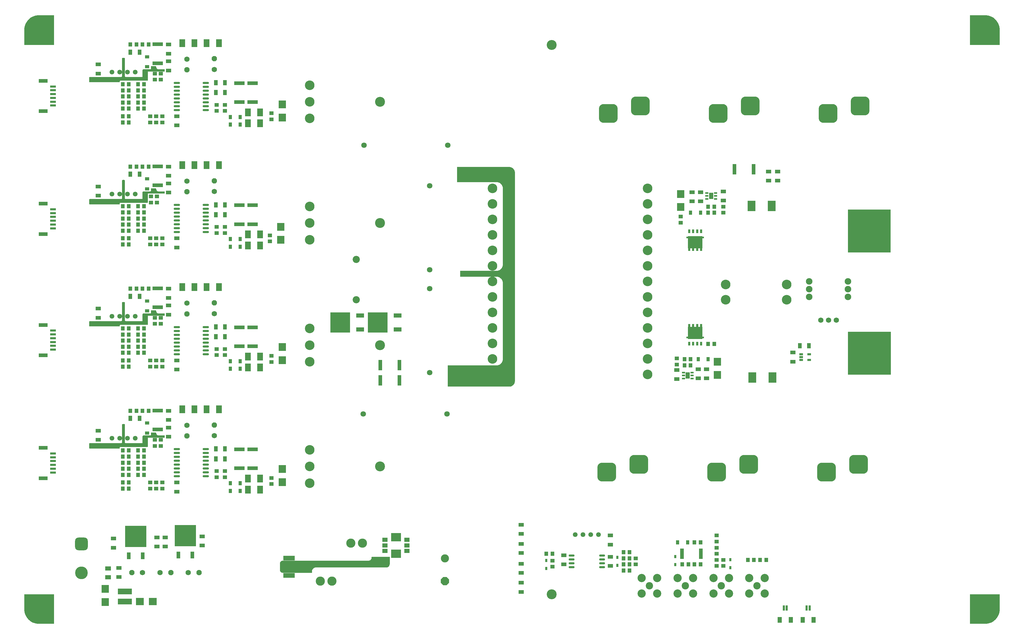
<source format=gts>
G04*
G04 #@! TF.GenerationSoftware,Altium Limited,Altium Designer,19.1.9 (167)*
G04*
G04 Layer_Color=7477623*
%FSLAX44Y44*%
%MOMM*%
G71*
G01*
G75*
%ADD19R,3.8500X1.5000*%
%ADD20O,1.9500X0.7500*%
%ADD21R,1.0500X0.5000*%
%ADD22R,1.3500X2.0500*%
%ADD23R,1.2500X2.2500*%
%ADD24R,6.9500X7.0500*%
%ADD25R,4.6500X1.9500*%
%ADD26R,1.7500X1.1500*%
%ADD27R,1.6700X1.4200*%
%ADD28R,3.2000X2.6900*%
%ADD29R,2.6500X1.3500*%
%ADD30R,6.4000X6.6500*%
%ADD31R,2.5500X3.4500*%
%ADD32R,0.6500X1.0000*%
%ADD33R,0.7500X1.1500*%
%ADD34R,0.6500X1.1500*%
%ADD35R,1.9500X1.4500*%
%ADD36R,1.1500X1.4000*%
%ADD37O,2.0500X0.7500*%
%ADD38R,3.4500X1.1500*%
%ADD39R,1.8500X2.6500*%
%ADD40R,1.0600X1.3700*%
%ADD41R,2.8500X1.1500*%
%ADD42R,1.8500X0.7500*%
%ADD43R,2.4500X2.6500*%
%ADD44R,1.3500X1.9500*%
%ADD45R,0.7500X1.7000*%
%ADD46R,1.2500X0.7500*%
%ADD47R,1.4000X1.1500*%
%ADD48R,2.6500X2.4500*%
%ADD49R,1.3700X1.0600*%
%ADD50R,1.1500X3.4500*%
%ADD51R,1.1500X1.7500*%
%ADD52P,2.8684X8X112.5*%
%ADD53C,2.6500*%
%ADD54C,1.8000*%
G04:AMPARAMS|DCode=55|XSize=6.15mm|YSize=6.15mm|CornerRadius=1.575mm|HoleSize=0mm|Usage=FLASHONLY|Rotation=0.000|XOffset=0mm|YOffset=0mm|HoleType=Round|Shape=RoundedRectangle|*
%AMROUNDEDRECTD55*
21,1,6.1500,3.0000,0,0,0.0*
21,1,3.0000,6.1500,0,0,0.0*
1,1,3.1500,1.5000,-1.5000*
1,1,3.1500,-1.5000,-1.5000*
1,1,3.1500,-1.5000,1.5000*
1,1,3.1500,1.5000,1.5000*
%
%ADD55ROUNDEDRECTD55*%
%ADD56C,1.7500*%
%ADD57C,2.1500*%
%ADD58C,0.6500*%
%ADD59C,2.3500*%
%ADD60C,3.1500*%
%ADD61C,3.0000*%
%ADD62C,2.7000*%
%ADD63C,2.4000*%
G04:AMPARAMS|DCode=64|XSize=4.15mm|YSize=4.15mm|CornerRadius=1.075mm|HoleSize=0mm|Usage=FLASHONLY|Rotation=270.000|XOffset=0mm|YOffset=0mm|HoleType=Round|Shape=RoundedRectangle|*
%AMROUNDEDRECTD64*
21,1,4.1500,2.0000,0,0,270.0*
21,1,2.0000,4.1500,0,0,270.0*
1,1,2.1500,-1.0000,-1.0000*
1,1,2.1500,-1.0000,1.0000*
1,1,2.1500,1.0000,1.0000*
1,1,2.1500,1.0000,-1.0000*
%
%ADD64ROUNDEDRECTD64*%
%ADD65C,4.1500*%
%ADD66P,1.8942X8X292.5*%
%ADD67C,1.5500*%
%ADD68P,1.8942X8X202.5*%
%ADD69C,3.2500*%
G36*
X100000Y3059D02*
X50000D01*
X46923D01*
X40823Y3862D01*
X34879Y5454D01*
X29194Y7809D01*
X23865Y10886D01*
X18983Y14632D01*
X14632Y18983D01*
X10886Y23865D01*
X7809Y29194D01*
X5454Y34879D01*
X3862Y40823D01*
X3059Y46923D01*
Y50000D01*
Y100000D01*
X100000D01*
Y3059D01*
D02*
G37*
G36*
X330000Y657500D02*
X330000Y657500D01*
X330000D01*
X331146Y657231D01*
X331416Y657119D01*
X332119Y656416D01*
X332500Y655497D01*
X332500Y655000D01*
X332500Y597500D01*
X332548Y597012D01*
X332921Y596111D01*
X333611Y595421D01*
X334512Y595048D01*
X335000Y595000D01*
X390000Y595000D01*
X390000Y617500D01*
X390000Y617500D01*
X390273Y618657D01*
X390380Y618916D01*
X391083Y619619D01*
X392003Y620000D01*
X392500Y620000D01*
X413748Y620000D01*
X413773Y620000D01*
X415000Y620000D01*
Y620000D01*
X415488Y620048D01*
X416389Y620421D01*
X417079Y621111D01*
X417452Y622012D01*
X417500Y622500D01*
X417500Y630000D01*
X434102D01*
X435000Y629102D01*
X435000Y627500D01*
X435036Y626764D01*
X435323Y625322D01*
X435886Y623964D01*
X436702Y622742D01*
X437742Y621702D01*
X438965Y620885D01*
X440323Y620323D01*
X441765Y620036D01*
X442500Y620000D01*
X462500Y620000D01*
Y612500D01*
X407500Y612500D01*
Y585000D01*
X407500Y585000D01*
X407500Y584502D01*
X407119Y583584D01*
X406416Y582880D01*
X405497Y582500D01*
X405000D01*
X317500Y582500D01*
X317500Y582500D01*
X317012Y582452D01*
X316111Y582078D01*
X315421Y581389D01*
X315048Y580488D01*
X315000Y580000D01*
X315000Y578398D01*
X314102Y577500D01*
X217500Y577500D01*
X217500Y577500D01*
X217003D01*
X216084Y577881D01*
X215381Y578584D01*
X215000Y579503D01*
Y592500D01*
X215000Y592500D01*
X215000Y592500D01*
X215267Y593642D01*
X215380Y593916D01*
X216084Y594619D01*
X217003Y595000D01*
X217500Y595000D01*
X318780Y595000D01*
X320000Y595000D01*
X320000Y595000D01*
X320488Y595048D01*
X321389Y595421D01*
X322079Y596111D01*
X322452Y597012D01*
X322500Y597500D01*
X322500Y655000D01*
X322500D01*
Y655497D01*
X322881Y656416D01*
X323584Y657119D01*
X324503Y657500D01*
X330000D01*
X330000Y657500D01*
D02*
G37*
G36*
X1200000Y200000D02*
X1200000Y200000D01*
X1200000Y198769D01*
X1199519Y196354D01*
X1198577Y194079D01*
X1197209Y192032D01*
X1195468Y190291D01*
X1193421Y188923D01*
X1191146Y187980D01*
X1188731Y187500D01*
X1187500D01*
X957500Y187500D01*
X957500Y187500D01*
X956274Y187439D01*
X953871Y186961D01*
X951607Y186024D01*
X949570Y184662D01*
X947837Y182930D01*
X946476Y180892D01*
X945538Y178628D01*
X945060Y176225D01*
X945000Y175000D01*
X945000Y170898D01*
X944102Y170000D01*
X849015D01*
X847083Y170384D01*
X845263Y171138D01*
X843625Y172232D01*
X842233Y173625D01*
X841138Y175263D01*
X840384Y177083D01*
X840000Y179015D01*
X840000Y200000D01*
X840000Y200000D01*
X840000Y200000D01*
X840039Y201179D01*
X840384Y202917D01*
X841138Y204737D01*
X842232Y206375D01*
X843625Y207768D01*
X845263Y208862D01*
X847083Y209616D01*
X849015Y210000D01*
X850000Y210000D01*
X1128800Y210000D01*
X1130000Y210000D01*
X1130000Y210000D01*
X1130000Y210000D01*
X1131137Y210065D01*
X1131234Y210087D01*
X1133353Y210579D01*
X1135395Y211580D01*
X1137158Y213017D01*
X1138551Y214815D01*
X1139501Y216881D01*
X1139960Y219109D01*
X1139908Y221230D01*
X1140049Y221728D01*
X1140683Y222500D01*
X1200000Y222500D01*
X1200000Y200000D01*
D02*
G37*
G36*
X330000Y1057500D02*
X330000Y1057500D01*
X330000D01*
X331146Y1057231D01*
X331416Y1057119D01*
X332119Y1056416D01*
X332500Y1055497D01*
X332500Y1055000D01*
X332500Y997500D01*
X332548Y997012D01*
X332921Y996111D01*
X333611Y995421D01*
X334512Y995048D01*
X335000Y995000D01*
X390000Y995000D01*
X390000Y1017500D01*
X390000Y1017500D01*
X390273Y1018657D01*
X390380Y1018916D01*
X391083Y1019620D01*
X392003Y1020000D01*
X392500Y1020000D01*
X413748Y1020000D01*
X413773Y1020000D01*
X415000Y1020000D01*
Y1020000D01*
X415488Y1020048D01*
X416389Y1020421D01*
X417079Y1021111D01*
X417452Y1022012D01*
X417500Y1022500D01*
X417500Y1030000D01*
X434102D01*
X435000Y1029102D01*
X435000Y1027499D01*
X435036Y1026764D01*
X435323Y1025322D01*
X435886Y1023964D01*
X436702Y1022742D01*
X437742Y1021702D01*
X438965Y1020885D01*
X440323Y1020323D01*
X441765Y1020036D01*
X442500Y1020000D01*
X462500Y1020000D01*
Y1012500D01*
X407500Y1012500D01*
Y985000D01*
X407500Y985000D01*
X407500Y984502D01*
X407119Y983584D01*
X406416Y982880D01*
X405497Y982500D01*
X405000D01*
X317500Y982500D01*
X317500Y982500D01*
X317012Y982451D01*
X316111Y982078D01*
X315421Y981389D01*
X315048Y980488D01*
X315000Y980000D01*
X315000Y978398D01*
X314102Y977500D01*
X217500Y977500D01*
X217500Y977500D01*
X217003D01*
X216084Y977881D01*
X215381Y978584D01*
X215000Y979503D01*
Y992500D01*
X215000Y992500D01*
X215000Y992500D01*
X215267Y993643D01*
X215380Y993916D01*
X216084Y994619D01*
X217003Y995000D01*
X217500Y995000D01*
X318780Y995000D01*
X320000Y995000D01*
X320000Y995000D01*
X320488Y995048D01*
X321389Y995421D01*
X322079Y996111D01*
X322452Y997012D01*
X322500Y997500D01*
X322500Y1055000D01*
X322500D01*
Y1055497D01*
X322881Y1056416D01*
X323584Y1057119D01*
X324503Y1057500D01*
X330000D01*
X330000Y1057500D01*
D02*
G37*
G36*
Y1457500D02*
X330000Y1457500D01*
X330000D01*
X331146Y1457231D01*
X331416Y1457119D01*
X332119Y1456416D01*
X332500Y1455497D01*
X332500Y1455000D01*
X332500Y1397500D01*
X332548Y1397012D01*
X332921Y1396111D01*
X333611Y1395421D01*
X334512Y1395048D01*
X335000Y1395000D01*
X390000Y1395000D01*
X390000Y1417500D01*
X390000Y1417500D01*
X390273Y1418657D01*
X390380Y1418916D01*
X391083Y1419619D01*
X392003Y1420000D01*
X392500Y1420000D01*
X413748Y1420000D01*
X413773Y1420000D01*
X415000Y1420000D01*
Y1420000D01*
X415488Y1420048D01*
X416389Y1420421D01*
X417079Y1421111D01*
X417452Y1422012D01*
X417500Y1422500D01*
X417500Y1430000D01*
X434102D01*
X435000Y1429102D01*
X435000Y1427500D01*
X435036Y1426764D01*
X435323Y1425322D01*
X435886Y1423964D01*
X436702Y1422742D01*
X437742Y1421702D01*
X438965Y1420885D01*
X440323Y1420323D01*
X441765Y1420036D01*
X442500Y1420000D01*
X462500Y1420000D01*
Y1412500D01*
X407500Y1412500D01*
Y1385000D01*
X407500Y1385000D01*
X407500Y1384502D01*
X407119Y1383584D01*
X406416Y1382881D01*
X405497Y1382500D01*
X405000D01*
X317500Y1382500D01*
X317500Y1382500D01*
X317012Y1382451D01*
X316111Y1382078D01*
X315421Y1381389D01*
X315048Y1380488D01*
X315000Y1380000D01*
X315000Y1378398D01*
X314102Y1377500D01*
X217500Y1377500D01*
X217500Y1377500D01*
X217003D01*
X216084Y1377881D01*
X215381Y1378584D01*
X215000Y1379503D01*
Y1392997D01*
X215380Y1393916D01*
X216084Y1394619D01*
X217003Y1395000D01*
X217500Y1395000D01*
X318780Y1395000D01*
X320000Y1395000D01*
X320000Y1395000D01*
X320488Y1395048D01*
X321389Y1395421D01*
X322079Y1396111D01*
X322452Y1397012D01*
X322500Y1397500D01*
X322500Y1455000D01*
X322500D01*
Y1455497D01*
X322881Y1456416D01*
X323584Y1457119D01*
X324503Y1457500D01*
X330000D01*
X330000Y1457500D01*
D02*
G37*
G36*
X100000Y1996942D02*
Y1900000D01*
X3059D01*
Y1950000D01*
Y1953077D01*
X3862Y1959177D01*
X5454Y1965121D01*
X7809Y1970806D01*
X10886Y1976135D01*
X14632Y1981017D01*
X18983Y1985368D01*
X23865Y1989114D01*
X29194Y1992191D01*
X34879Y1994545D01*
X40823Y1996138D01*
X46923Y1996941D01*
X50000Y1996942D01*
X100000D01*
D02*
G37*
G36*
X330000Y1857500D02*
X330000Y1857500D01*
X330000D01*
X331146Y1857231D01*
X331416Y1857119D01*
X332119Y1856416D01*
X332500Y1855497D01*
X332500Y1855000D01*
X332500Y1797500D01*
X332548Y1797012D01*
X332921Y1796111D01*
X333611Y1795421D01*
X334512Y1795048D01*
X335000Y1795000D01*
X390000Y1795000D01*
X390000Y1817500D01*
X390000Y1817500D01*
X390273Y1818657D01*
X390380Y1818916D01*
X391083Y1819619D01*
X392003Y1820000D01*
X392500Y1820000D01*
X413748Y1820000D01*
X413773Y1820000D01*
X415000Y1820000D01*
Y1820000D01*
X415488Y1820048D01*
X416389Y1820421D01*
X417079Y1821111D01*
X417452Y1822012D01*
X417500Y1822500D01*
X417500Y1830000D01*
X434102D01*
X435000Y1829102D01*
X435000Y1827500D01*
X435036Y1826764D01*
X435323Y1825323D01*
X435886Y1823964D01*
X436702Y1822742D01*
X437742Y1821702D01*
X438965Y1820885D01*
X440323Y1820323D01*
X441765Y1820036D01*
X442500Y1820000D01*
X462500Y1820000D01*
Y1812500D01*
X407500Y1812500D01*
Y1785000D01*
X407500Y1785000D01*
X407500Y1784502D01*
X407119Y1783584D01*
X406416Y1782881D01*
X405497Y1782500D01*
X405000D01*
X317500Y1782500D01*
X317500Y1782500D01*
X317012Y1782452D01*
X316111Y1782078D01*
X315421Y1781389D01*
X315048Y1780488D01*
X315000Y1780000D01*
X315000Y1778398D01*
X314102Y1777500D01*
X217500Y1777500D01*
X217500Y1777500D01*
X217003D01*
X216084Y1777881D01*
X215381Y1778584D01*
X215000Y1779503D01*
Y1792500D01*
X215000Y1792500D01*
X215000Y1792500D01*
X215267Y1793642D01*
X215380Y1793916D01*
X216084Y1794619D01*
X217003Y1795000D01*
X217500Y1795000D01*
X318780Y1795000D01*
X320000Y1795000D01*
X320000Y1795000D01*
X320488Y1795048D01*
X321389Y1795421D01*
X322079Y1796111D01*
X322452Y1797012D01*
X322500Y1797500D01*
X322500Y1855000D01*
X322500D01*
Y1855497D01*
X322881Y1856416D01*
X323584Y1857119D01*
X324503Y1857500D01*
X330000D01*
X330000Y1857500D01*
D02*
G37*
G36*
X3159178Y1996138D02*
X3165121Y1994545D01*
X3170806Y1992191D01*
X3176135Y1989114D01*
X3181017Y1985368D01*
X3185368Y1981017D01*
X3189114Y1976135D01*
X3192191Y1970806D01*
X3194546Y1965121D01*
X3196138Y1959177D01*
X3196942Y1953077D01*
Y1950000D01*
Y1900000D01*
X3100000D01*
Y1996941D01*
X3150000D01*
D01*
X3150000D01*
X3153076Y1996941D01*
X3159178Y1996138D01*
D02*
G37*
G36*
X2223500Y1271250D02*
X2228500D01*
Y1266250D01*
X2223500D01*
Y1233750D01*
X2176500D01*
Y1266250D01*
X2171500D01*
Y1271250D01*
X2176500D01*
Y1273500D01*
X2223500D01*
Y1271250D01*
D02*
G37*
G36*
X2840000Y1220000D02*
X2700000D01*
Y1360000D01*
X2840000D01*
Y1220000D01*
D02*
G37*
G36*
X1590000Y1500000D02*
X1590000Y1500000D01*
X1590000Y1500000D01*
X1591970Y1500000D01*
X1595834Y1499231D01*
X1599473Y1497724D01*
X1602749Y1495535D01*
X1605535Y1492749D01*
X1607724Y1489474D01*
X1609231Y1485834D01*
X1610000Y1481970D01*
X1610000Y1480000D01*
X1610000Y800000D01*
X1610000Y800000D01*
X1610000Y798030D01*
X1609231Y794166D01*
X1607724Y790526D01*
X1605535Y787251D01*
X1602749Y784465D01*
X1599473Y782276D01*
X1595834Y780769D01*
X1591970Y780000D01*
X1590000Y780000D01*
X1390000Y780000D01*
Y850000D01*
X1550000D01*
X1551960Y850096D01*
X1555806Y850861D01*
X1559428Y852362D01*
X1562688Y854540D01*
X1565460Y857312D01*
X1567639Y860572D01*
X1569139Y864194D01*
X1569904Y868040D01*
X1570000Y870000D01*
X1570000Y1120000D01*
X1570000D01*
X1570000Y1120000D01*
X1569904Y1121960D01*
X1569139Y1125806D01*
X1567639Y1129428D01*
X1565460Y1132688D01*
X1562688Y1135460D01*
X1559428Y1137638D01*
X1555806Y1139139D01*
X1551960Y1139904D01*
X1550000Y1140000D01*
X1430000Y1140000D01*
Y1160000D01*
X1550000Y1160000D01*
X1551960Y1160096D01*
X1555806Y1160861D01*
X1559428Y1162361D01*
X1562688Y1164540D01*
X1565460Y1167312D01*
X1567639Y1170572D01*
X1569139Y1174194D01*
X1569904Y1178040D01*
X1570000Y1180000D01*
X1570000Y1430000D01*
X1570000D01*
X1570000Y1430000D01*
X1569904Y1431960D01*
X1569139Y1435806D01*
X1567639Y1439428D01*
X1565460Y1442688D01*
X1562688Y1445460D01*
X1559428Y1447639D01*
X1555806Y1449139D01*
X1551960Y1449904D01*
X1550000Y1450000D01*
X1420000Y1450000D01*
Y1500000D01*
X1590000Y1500000D01*
D02*
G37*
G36*
X2223500Y943750D02*
X2228500D01*
Y938750D01*
X2223500D01*
Y936500D01*
X2176500D01*
Y938750D01*
X2171500D01*
Y943750D01*
X2176500D01*
Y976250D01*
X2223500D01*
Y943750D01*
D02*
G37*
G36*
X2840440Y819666D02*
X2700440D01*
Y959666D01*
X2840440D01*
Y819666D01*
D02*
G37*
G36*
X3196941Y50000D02*
Y46923D01*
X3196138Y40823D01*
X3194546Y34879D01*
X3192191Y29194D01*
X3189114Y23865D01*
X3185368Y18983D01*
X3181017Y14632D01*
X3176135Y10886D01*
X3170806Y7809D01*
X3165121Y5454D01*
X3159178Y3862D01*
X3153077Y3059D01*
X3150000D01*
X3100000D01*
Y100000D01*
X3196941D01*
Y50000D01*
D02*
G37*
D19*
X870000Y161750D02*
D03*
Y218250D02*
D03*
D20*
X1895000Y188450D02*
D03*
Y201150D02*
D03*
Y213850D02*
D03*
Y226550D02*
D03*
X1795000Y188450D02*
D03*
Y201150D02*
D03*
Y213850D02*
D03*
Y226550D02*
D03*
D21*
X2266600Y1395500D02*
D03*
Y1405000D02*
D03*
Y1414500D02*
D03*
X2238400Y1395500D02*
D03*
Y1405000D02*
D03*
Y1414500D02*
D03*
X2189600Y807000D02*
D03*
Y816500D02*
D03*
Y826000D02*
D03*
X2161400Y807000D02*
D03*
Y816500D02*
D03*
Y826000D02*
D03*
D22*
X2252500Y1405000D02*
D03*
X2175500Y816500D02*
D03*
D23*
X507200Y228090D02*
D03*
X552800D02*
D03*
X390300Y225590D02*
D03*
X344700D02*
D03*
D24*
X530000Y291910D02*
D03*
X367500Y289410D02*
D03*
D25*
X332500Y109000D02*
D03*
Y76000D02*
D03*
D26*
X2217500Y1387500D02*
D03*
Y1417500D02*
D03*
X2520210Y861746D02*
D03*
Y891746D02*
D03*
X2190000Y1417500D02*
D03*
Y1387500D02*
D03*
X2237500Y807500D02*
D03*
Y837500D02*
D03*
X2210000Y807500D02*
D03*
Y837500D02*
D03*
X2440000Y1485000D02*
D03*
Y1455000D02*
D03*
X1630000Y327500D02*
D03*
Y297500D02*
D03*
Y265000D02*
D03*
Y235000D02*
D03*
Y200000D02*
D03*
Y170000D02*
D03*
Y137500D02*
D03*
Y107500D02*
D03*
X584995Y289677D02*
D03*
Y259678D02*
D03*
X464502Y256000D02*
D03*
Y286000D02*
D03*
X437500Y256000D02*
D03*
Y286000D02*
D03*
X295000Y252500D02*
D03*
Y282500D02*
D03*
X312500Y156000D02*
D03*
Y186000D02*
D03*
X502500Y436000D02*
D03*
Y466000D02*
D03*
X475000Y671000D02*
D03*
Y701000D02*
D03*
Y616000D02*
D03*
Y646000D02*
D03*
X245000Y606000D02*
D03*
Y636000D02*
D03*
X502500Y836000D02*
D03*
Y866000D02*
D03*
X475000Y1071000D02*
D03*
Y1101000D02*
D03*
Y1016000D02*
D03*
Y1046000D02*
D03*
X245000Y1006000D02*
D03*
Y1036000D02*
D03*
X502500Y1236000D02*
D03*
Y1266000D02*
D03*
X475000Y1471000D02*
D03*
Y1501000D02*
D03*
Y1416000D02*
D03*
Y1446000D02*
D03*
X245000Y1406000D02*
D03*
Y1436000D02*
D03*
X2292500Y1420000D02*
D03*
Y1390000D02*
D03*
X2140000Y805000D02*
D03*
Y835000D02*
D03*
X2470000Y1455000D02*
D03*
Y1485000D02*
D03*
X502500Y1636000D02*
D03*
Y1666000D02*
D03*
X475000Y1871000D02*
D03*
Y1901000D02*
D03*
Y1816000D02*
D03*
Y1846000D02*
D03*
X245000Y1806000D02*
D03*
Y1836000D02*
D03*
X1922500Y192500D02*
D03*
Y222500D02*
D03*
X1922500Y292500D02*
D03*
Y262500D02*
D03*
X1770000Y197500D02*
D03*
Y227500D02*
D03*
D27*
X1184000Y278500D02*
D03*
Y260000D02*
D03*
Y241500D02*
D03*
X1256000D02*
D03*
Y260000D02*
D03*
Y278500D02*
D03*
D28*
X1220000Y287000D02*
D03*
Y233000D02*
D03*
D29*
X1225000Y967100D02*
D03*
Y1012900D02*
D03*
X1102500D02*
D03*
Y967100D02*
D03*
D30*
X1160000Y990000D02*
D03*
X1037500D02*
D03*
D31*
X2384500Y1372500D02*
D03*
X2450500D02*
D03*
X2453000Y810000D02*
D03*
X2387000D02*
D03*
D32*
X2315000Y187000D02*
D03*
Y213000D02*
D03*
X2135000Y197000D02*
D03*
Y223000D02*
D03*
X1712500Y210500D02*
D03*
Y184500D02*
D03*
X1945000Y220500D02*
D03*
Y194500D02*
D03*
D33*
X2219500Y1231000D02*
D03*
X2206500D02*
D03*
X2193500D02*
D03*
X2180500D02*
D03*
X2219500Y979000D02*
D03*
X2206500D02*
D03*
X2193500D02*
D03*
X2180500D02*
D03*
D34*
X2180500Y1289000D02*
D03*
X2206500D02*
D03*
X2219500D02*
D03*
X2193500D02*
D03*
X2206500Y921000D02*
D03*
X2180500D02*
D03*
X2193500D02*
D03*
X2219500D02*
D03*
D35*
X277500Y184400D02*
D03*
Y155400D02*
D03*
D36*
X375000Y911000D02*
D03*
X395000D02*
D03*
X350000Y1101000D02*
D03*
X370000D02*
D03*
X345000Y866000D02*
D03*
X325000D02*
D03*
Y466000D02*
D03*
X345000D02*
D03*
X325000Y446000D02*
D03*
X345000D02*
D03*
X370000Y701000D02*
D03*
X350000D02*
D03*
X325000Y846000D02*
D03*
X345000D02*
D03*
X325000Y1266000D02*
D03*
X345000D02*
D03*
X325000Y1246000D02*
D03*
X345000D02*
D03*
X370000Y1501000D02*
D03*
X350000D02*
D03*
X325000Y1666000D02*
D03*
X345000D02*
D03*
X325000Y1646000D02*
D03*
X345000D02*
D03*
X370000Y1901000D02*
D03*
X350000D02*
D03*
X345000Y551000D02*
D03*
X325000D02*
D03*
X345000Y571000D02*
D03*
X325000D02*
D03*
X345000Y531000D02*
D03*
X325000D02*
D03*
X345000Y491000D02*
D03*
X325000D02*
D03*
X345000Y511000D02*
D03*
X325000D02*
D03*
X410000Y701000D02*
D03*
X390000D02*
D03*
X345000Y951000D02*
D03*
X325000D02*
D03*
X345000Y971000D02*
D03*
X325000D02*
D03*
X345000Y931000D02*
D03*
X325000D02*
D03*
X345000Y891000D02*
D03*
X325000D02*
D03*
X345000Y911000D02*
D03*
X325000D02*
D03*
X410000Y1101000D02*
D03*
X390000D02*
D03*
X345000Y1351000D02*
D03*
X325000D02*
D03*
X345000Y1371000D02*
D03*
X325000D02*
D03*
X345000Y1331000D02*
D03*
X325000D02*
D03*
X345000Y1291000D02*
D03*
X325000D02*
D03*
X345000Y1311000D02*
D03*
X325000D02*
D03*
X410000Y1501000D02*
D03*
X390000D02*
D03*
X2262500Y1370000D02*
D03*
X2242500D02*
D03*
X2165000Y870000D02*
D03*
X2185000D02*
D03*
X2242500Y920000D02*
D03*
X2262500D02*
D03*
X2392500Y212500D02*
D03*
X2372500D02*
D03*
X345000Y1751000D02*
D03*
X325000D02*
D03*
X345000Y1771000D02*
D03*
X325000D02*
D03*
X345000Y1731000D02*
D03*
X325000D02*
D03*
X345000Y1691000D02*
D03*
X325000D02*
D03*
X345000Y1711000D02*
D03*
X325000D02*
D03*
X410000Y1901000D02*
D03*
X390000D02*
D03*
X2197500Y270000D02*
D03*
X2217500D02*
D03*
X2177500Y197500D02*
D03*
X2157500D02*
D03*
X1965000Y197500D02*
D03*
X1985000D02*
D03*
X1965000Y217500D02*
D03*
X1985000D02*
D03*
X1712500Y232500D02*
D03*
X1732500D02*
D03*
X395000Y511000D02*
D03*
X375000D02*
D03*
X395000Y491000D02*
D03*
X375000D02*
D03*
X395000Y531000D02*
D03*
X375000D02*
D03*
X395000Y571000D02*
D03*
X375000D02*
D03*
X395000Y551000D02*
D03*
X375000D02*
D03*
X395000Y891000D02*
D03*
X375000D02*
D03*
X395000Y931000D02*
D03*
X375000D02*
D03*
X395000Y971000D02*
D03*
X375000D02*
D03*
X395000Y951000D02*
D03*
X375000D02*
D03*
X395000Y1311000D02*
D03*
X375000D02*
D03*
X395000Y1291000D02*
D03*
X375000D02*
D03*
X395000Y1331000D02*
D03*
X375000D02*
D03*
X395000Y1371000D02*
D03*
X375000D02*
D03*
X395000Y1351000D02*
D03*
X375000D02*
D03*
X2242500Y1350000D02*
D03*
X2262500D02*
D03*
X2185000Y850000D02*
D03*
X2165000D02*
D03*
X2432500Y212500D02*
D03*
X2412500D02*
D03*
X395000Y1711000D02*
D03*
X375000D02*
D03*
X395000Y1691000D02*
D03*
X375000D02*
D03*
X395000Y1731000D02*
D03*
X375000D02*
D03*
X395000Y1771000D02*
D03*
X375000D02*
D03*
X395000Y1751000D02*
D03*
X375000D02*
D03*
X2197500Y197500D02*
D03*
X2217500D02*
D03*
X1985000Y177500D02*
D03*
X1965000D02*
D03*
X1985000Y237500D02*
D03*
X1965000D02*
D03*
D37*
X502500Y975450D02*
D03*
Y962750D02*
D03*
Y950050D02*
D03*
Y937350D02*
D03*
Y924650D02*
D03*
Y911950D02*
D03*
Y899250D02*
D03*
Y886550D02*
D03*
X597500Y975450D02*
D03*
Y962750D02*
D03*
Y950050D02*
D03*
Y937350D02*
D03*
Y924650D02*
D03*
Y911950D02*
D03*
Y899250D02*
D03*
Y886550D02*
D03*
Y486550D02*
D03*
Y499250D02*
D03*
Y511950D02*
D03*
Y524650D02*
D03*
Y537350D02*
D03*
Y550050D02*
D03*
Y562750D02*
D03*
Y575450D02*
D03*
X502500Y486550D02*
D03*
Y499250D02*
D03*
Y511950D02*
D03*
Y524650D02*
D03*
Y537350D02*
D03*
Y550050D02*
D03*
Y562750D02*
D03*
Y575450D02*
D03*
X597500Y1286550D02*
D03*
Y1299250D02*
D03*
Y1311950D02*
D03*
Y1324650D02*
D03*
Y1337350D02*
D03*
Y1350050D02*
D03*
Y1362750D02*
D03*
Y1375450D02*
D03*
X502500Y1286550D02*
D03*
Y1299250D02*
D03*
Y1311950D02*
D03*
Y1324650D02*
D03*
Y1337350D02*
D03*
Y1350050D02*
D03*
Y1362750D02*
D03*
Y1375450D02*
D03*
X597500Y1686550D02*
D03*
Y1699250D02*
D03*
Y1711950D02*
D03*
Y1724650D02*
D03*
Y1737350D02*
D03*
Y1750050D02*
D03*
Y1762750D02*
D03*
Y1775450D02*
D03*
X502500Y1686550D02*
D03*
Y1699250D02*
D03*
Y1711950D02*
D03*
Y1724650D02*
D03*
Y1737350D02*
D03*
Y1750050D02*
D03*
Y1762750D02*
D03*
Y1775450D02*
D03*
D38*
X750000Y912500D02*
D03*
Y974500D02*
D03*
Y574500D02*
D03*
Y512500D02*
D03*
X707500Y574500D02*
D03*
Y512500D02*
D03*
X440000Y640000D02*
D03*
Y702000D02*
D03*
X707500Y974500D02*
D03*
Y912500D02*
D03*
X440000Y1040000D02*
D03*
Y1102000D02*
D03*
X750000Y1374500D02*
D03*
Y1312500D02*
D03*
X707500Y1374500D02*
D03*
Y1312500D02*
D03*
X440000Y1440000D02*
D03*
Y1502000D02*
D03*
X750000Y1774500D02*
D03*
Y1712500D02*
D03*
X707500Y1774500D02*
D03*
Y1712500D02*
D03*
X440000Y1840000D02*
D03*
Y1902000D02*
D03*
D39*
X775000Y842995D02*
D03*
X735000D02*
D03*
Y442995D02*
D03*
X775000D02*
D03*
Y478997D02*
D03*
X735000D02*
D03*
X600000Y706000D02*
D03*
X640000D02*
D03*
X520000D02*
D03*
X560000D02*
D03*
X775000Y878997D02*
D03*
X735000D02*
D03*
X600000Y1106000D02*
D03*
X640000D02*
D03*
X520000D02*
D03*
X560000D02*
D03*
X735000Y1242995D02*
D03*
X775000D02*
D03*
Y1278997D02*
D03*
X735000D02*
D03*
X600000Y1506000D02*
D03*
X640000D02*
D03*
X520000D02*
D03*
X560000D02*
D03*
X735000Y1642995D02*
D03*
X775000D02*
D03*
Y1678997D02*
D03*
X735000D02*
D03*
X600000Y1906000D02*
D03*
X640000D02*
D03*
X520000D02*
D03*
X560000D02*
D03*
D40*
X677250Y838500D02*
D03*
X710000D02*
D03*
Y438500D02*
D03*
X677250D02*
D03*
X710000Y463500D02*
D03*
X677250D02*
D03*
X710000Y863500D02*
D03*
X677250D02*
D03*
X710000Y1238500D02*
D03*
X677250D02*
D03*
X710000Y1263500D02*
D03*
X677250D02*
D03*
X2217500Y1350000D02*
D03*
X2184750D02*
D03*
X2242500Y870000D02*
D03*
X2209750D02*
D03*
X710000Y1638500D02*
D03*
X677250D02*
D03*
X710000Y1663500D02*
D03*
X677250D02*
D03*
X2175000Y270000D02*
D03*
X2142250D02*
D03*
D41*
X64750Y982250D02*
D03*
Y882750D02*
D03*
Y1682750D02*
D03*
Y1782250D02*
D03*
Y480250D02*
D03*
Y579750D02*
D03*
Y1280250D02*
D03*
Y1379750D02*
D03*
D42*
X96750Y901250D02*
D03*
Y913750D02*
D03*
Y926250D02*
D03*
Y938750D02*
D03*
Y951250D02*
D03*
Y963750D02*
D03*
Y1763750D02*
D03*
Y1751250D02*
D03*
Y1738750D02*
D03*
Y1726250D02*
D03*
Y1713750D02*
D03*
Y1701250D02*
D03*
Y561250D02*
D03*
Y548750D02*
D03*
Y536250D02*
D03*
Y523750D02*
D03*
Y511250D02*
D03*
Y498750D02*
D03*
Y1361250D02*
D03*
Y1348750D02*
D03*
Y1336250D02*
D03*
Y1323750D02*
D03*
Y1311250D02*
D03*
Y1298750D02*
D03*
D43*
X842500Y1261000D02*
D03*
Y1304000D02*
D03*
X267500Y117500D02*
D03*
Y74500D02*
D03*
X2152500Y1368500D02*
D03*
Y1411500D02*
D03*
X2272500Y861500D02*
D03*
Y818500D02*
D03*
X847500Y910000D02*
D03*
Y867000D02*
D03*
Y1705000D02*
D03*
Y1662000D02*
D03*
Y510000D02*
D03*
Y467000D02*
D03*
D44*
X2513000Y16000D02*
D03*
X2477000D02*
D03*
X2552000D02*
D03*
X2588000D02*
D03*
D45*
X2500000Y54750D02*
D03*
X2490000D02*
D03*
X2565000D02*
D03*
X2575000D02*
D03*
D46*
X2547210Y886246D02*
D03*
Y876746D02*
D03*
Y867246D02*
D03*
X2573210D02*
D03*
Y886246D02*
D03*
D47*
X2152500Y1317500D02*
D03*
Y1337500D02*
D03*
X450000Y606000D02*
D03*
Y586000D02*
D03*
X430000Y606000D02*
D03*
Y586000D02*
D03*
X660000Y503500D02*
D03*
Y483500D02*
D03*
X415000Y446000D02*
D03*
Y466000D02*
D03*
X435000Y446000D02*
D03*
Y466000D02*
D03*
X455000Y446000D02*
D03*
Y466000D02*
D03*
X450000Y1006000D02*
D03*
Y986000D02*
D03*
X430000Y1006000D02*
D03*
Y986000D02*
D03*
X660000Y903500D02*
D03*
Y883500D02*
D03*
X415000Y846000D02*
D03*
Y866000D02*
D03*
X435000Y846000D02*
D03*
Y866000D02*
D03*
X455000Y846000D02*
D03*
Y866000D02*
D03*
X437500Y1403500D02*
D03*
Y1383500D02*
D03*
X417500Y1403500D02*
D03*
Y1383500D02*
D03*
X660000Y1303500D02*
D03*
Y1283500D02*
D03*
X415000Y1246000D02*
D03*
Y1266000D02*
D03*
X435000Y1246000D02*
D03*
Y1266000D02*
D03*
X455000Y1246000D02*
D03*
Y1266000D02*
D03*
X2292500Y212500D02*
D03*
Y192500D02*
D03*
X2292500Y1350000D02*
D03*
Y1370000D02*
D03*
X2270000Y252500D02*
D03*
Y232500D02*
D03*
Y292500D02*
D03*
Y272500D02*
D03*
X2140000Y872500D02*
D03*
Y852500D02*
D03*
X812500Y881000D02*
D03*
Y861000D02*
D03*
Y1676000D02*
D03*
Y1656000D02*
D03*
Y481000D02*
D03*
Y461000D02*
D03*
X807500Y1276000D02*
D03*
Y1256000D02*
D03*
X450000Y1806000D02*
D03*
Y1786000D02*
D03*
X430000Y1806000D02*
D03*
Y1786000D02*
D03*
X660000Y1703500D02*
D03*
Y1683500D02*
D03*
X415000Y1646000D02*
D03*
Y1666000D02*
D03*
X435000Y1646000D02*
D03*
Y1666000D02*
D03*
X455000Y1646000D02*
D03*
Y1666000D02*
D03*
X632500Y503500D02*
D03*
Y483500D02*
D03*
Y903500D02*
D03*
Y883500D02*
D03*
Y1303500D02*
D03*
Y1283500D02*
D03*
X2270000Y192500D02*
D03*
Y212500D02*
D03*
X632500Y1703500D02*
D03*
Y1683500D02*
D03*
X1732500Y190000D02*
D03*
Y210000D02*
D03*
X2005000Y197500D02*
D03*
Y217500D02*
D03*
D48*
X381000Y76000D02*
D03*
X424000D02*
D03*
D49*
X405000Y628250D02*
D03*
Y661000D02*
D03*
Y1028250D02*
D03*
Y1061000D02*
D03*
Y1428250D02*
D03*
Y1461000D02*
D03*
Y1828250D02*
D03*
Y1861000D02*
D03*
D50*
X2329000Y1492500D02*
D03*
X2391000D02*
D03*
X1231000Y801000D02*
D03*
X1169000D02*
D03*
X1231000Y851000D02*
D03*
X1169000D02*
D03*
X2156500Y232500D02*
D03*
X2218500D02*
D03*
D51*
X660000Y576000D02*
D03*
X630000D02*
D03*
X660000Y543500D02*
D03*
X630000D02*
D03*
X350000Y676000D02*
D03*
X380000D02*
D03*
X660000Y976000D02*
D03*
X630000D02*
D03*
X660000Y943500D02*
D03*
X630000D02*
D03*
X350000Y1076000D02*
D03*
X380000D02*
D03*
X660000Y1376000D02*
D03*
X630000D02*
D03*
X660000Y1343500D02*
D03*
X630000D02*
D03*
X350000Y1476000D02*
D03*
X380000D02*
D03*
X2572710Y914246D02*
D03*
X2542710D02*
D03*
X660000Y1776000D02*
D03*
X630000D02*
D03*
X660000Y1743500D02*
D03*
X630000D02*
D03*
X350000Y1876000D02*
D03*
X380000D02*
D03*
D52*
X1380000Y142500D02*
D03*
D53*
Y217500D02*
D03*
D54*
X1330000Y1438500D02*
D03*
Y1163500D02*
D03*
Y1101000D02*
D03*
Y826000D02*
D03*
X1390000Y1571000D02*
D03*
X1115000D02*
D03*
X1387500Y691000D02*
D03*
X1112500D02*
D03*
D55*
X2630000Y500500D02*
D03*
X2735000Y525500D02*
D03*
X2375000D02*
D03*
X2270000Y500500D02*
D03*
X2015000Y525500D02*
D03*
X1910000Y500500D02*
D03*
X2635000Y1675000D02*
D03*
X2740000Y1700000D02*
D03*
X2275000Y1675000D02*
D03*
X2380000Y1700000D02*
D03*
X1915000Y1675000D02*
D03*
X2020000Y1700000D02*
D03*
D56*
X2661900Y998400D02*
D03*
X2636500D02*
D03*
X2611100D02*
D03*
X2745041Y915066D02*
D03*
X2770440D02*
D03*
X2795840D02*
D03*
X2821241D02*
D03*
X2770440Y940466D02*
D03*
X2745041D02*
D03*
X2719641D02*
D03*
Y915066D02*
D03*
X2795840Y940466D02*
D03*
X2821241D02*
D03*
X2770440Y838866D02*
D03*
X2745041D02*
D03*
X2719641D02*
D03*
X2795840D02*
D03*
X2821241D02*
D03*
X2719641Y889666D02*
D03*
Y864266D02*
D03*
X2745041Y889666D02*
D03*
X2770440D02*
D03*
X2795840D02*
D03*
X2821241D02*
D03*
Y864266D02*
D03*
X2795840D02*
D03*
X2770440D02*
D03*
X2745041D02*
D03*
X625000Y1019502D02*
D03*
X2745041Y1264266D02*
D03*
X2770440D02*
D03*
X2795840D02*
D03*
X2821241D02*
D03*
Y1289666D02*
D03*
X2795840D02*
D03*
X2770440D02*
D03*
X2745041D02*
D03*
X2719641Y1264266D02*
D03*
Y1289666D02*
D03*
X2821241Y1238866D02*
D03*
X2795840D02*
D03*
X2719641D02*
D03*
X2745041D02*
D03*
X2770440D02*
D03*
X2821241Y1340466D02*
D03*
X2795840D02*
D03*
X2719641Y1315066D02*
D03*
Y1340466D02*
D03*
X2745041D02*
D03*
X2770440D02*
D03*
X2821241Y1315066D02*
D03*
X2795840D02*
D03*
X2770440D02*
D03*
X2745041D02*
D03*
X540000Y171000D02*
D03*
X447500D02*
D03*
X390000D02*
D03*
X625000Y619502D02*
D03*
X535000Y653500D02*
D03*
Y1053500D02*
D03*
X625000Y1419502D02*
D03*
X535000Y1453500D02*
D03*
X625000Y1819502D02*
D03*
X535000Y1853500D02*
D03*
D57*
X2573000Y1074600D02*
D03*
X2700000D02*
D03*
X2573000Y1100000D02*
D03*
Y1125400D02*
D03*
X2700000Y1100000D02*
D03*
Y1125400D02*
D03*
D58*
X2249500Y1405000D02*
D03*
Y1411000D02*
D03*
Y1399000D02*
D03*
X2255500D02*
D03*
Y1411000D02*
D03*
Y1405000D02*
D03*
X2172500Y816500D02*
D03*
Y810500D02*
D03*
Y822500D02*
D03*
X2178500D02*
D03*
Y810500D02*
D03*
Y816500D02*
D03*
D59*
X1090000Y1197261D02*
D03*
Y1064739D02*
D03*
D60*
X2500000Y1065000D02*
D03*
Y1115000D02*
D03*
X2300000D02*
D03*
Y1065000D02*
D03*
X937500Y1768000D02*
D03*
Y1713500D02*
D03*
Y1659000D02*
D03*
X1536000Y1430200D02*
D03*
Y1379400D02*
D03*
Y1328600D02*
D03*
Y1277800D02*
D03*
Y1227000D02*
D03*
Y1176200D02*
D03*
Y1125400D02*
D03*
Y1074600D02*
D03*
Y1023800D02*
D03*
Y973000D02*
D03*
Y922200D02*
D03*
Y871400D02*
D03*
X2044000Y820600D02*
D03*
Y871400D02*
D03*
Y922200D02*
D03*
Y973000D02*
D03*
Y1023800D02*
D03*
Y1074600D02*
D03*
Y1125400D02*
D03*
Y1176200D02*
D03*
Y1227000D02*
D03*
Y1277800D02*
D03*
Y1328600D02*
D03*
Y1379400D02*
D03*
X1536000Y820600D02*
D03*
X2044000Y1430200D02*
D03*
X937500Y861500D02*
D03*
Y916000D02*
D03*
Y970500D02*
D03*
Y1261500D02*
D03*
Y1316000D02*
D03*
Y1370500D02*
D03*
Y464000D02*
D03*
Y518500D02*
D03*
Y573000D02*
D03*
D61*
X972500Y142500D02*
D03*
X1072500Y267500D02*
D03*
X1110500D02*
D03*
X1010500Y142500D02*
D03*
D62*
X2259600Y152900D02*
D03*
X2310400D02*
D03*
Y102100D02*
D03*
X2259600D02*
D03*
X2377100D02*
D03*
X2427900D02*
D03*
Y152900D02*
D03*
X2377100D02*
D03*
X2142100Y102100D02*
D03*
X2192900D02*
D03*
Y152900D02*
D03*
X2142100D02*
D03*
X2024600Y102100D02*
D03*
X2075400D02*
D03*
Y152900D02*
D03*
X2024600D02*
D03*
D63*
X2285000Y127500D02*
D03*
X2402500D02*
D03*
X2167500D02*
D03*
X2050000D02*
D03*
D64*
X190000Y265000D02*
D03*
D65*
Y170000D02*
D03*
D66*
X625000Y1054502D02*
D03*
Y654502D02*
D03*
X535000Y618500D02*
D03*
Y1018500D02*
D03*
X625000Y1454502D02*
D03*
X535000Y1418500D02*
D03*
X625000Y1854502D02*
D03*
X535000Y1818500D02*
D03*
D67*
X365800Y1011000D02*
D03*
X340400D02*
D03*
X315000D02*
D03*
X289600D02*
D03*
Y611000D02*
D03*
X315000D02*
D03*
X340400D02*
D03*
X365800D02*
D03*
X289600Y1411000D02*
D03*
X315000D02*
D03*
X340400D02*
D03*
X365800D02*
D03*
X289600Y1811000D02*
D03*
X315000D02*
D03*
X340400D02*
D03*
X365800D02*
D03*
X1882900Y295000D02*
D03*
X1857500D02*
D03*
X1832100D02*
D03*
X1806700D02*
D03*
D68*
X575000Y171000D02*
D03*
X482500D02*
D03*
X355000D02*
D03*
D69*
X3150000Y50000D02*
D03*
X1730000Y1900000D02*
D03*
Y100000D02*
D03*
X3150000Y1950000D02*
D03*
X50000D02*
D03*
Y50000D02*
D03*
X1167500Y518500D02*
D03*
Y1316000D02*
D03*
Y1713500D02*
D03*
Y916000D02*
D03*
M02*

</source>
